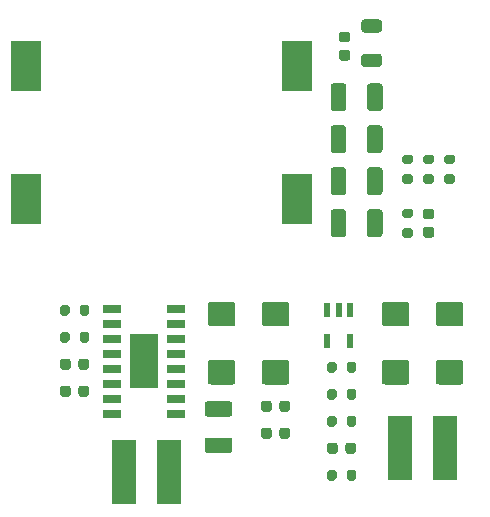
<source format=gbr>
%TF.GenerationSoftware,KiCad,Pcbnew,(5.1.10)-1*%
%TF.CreationDate,2021-07-24T11:50:19+02:00*%
%TF.ProjectId,pcb-esp32-power,7063622d-6573-4703-9332-2d706f776572,rev?*%
%TF.SameCoordinates,Original*%
%TF.FileFunction,Paste,Top*%
%TF.FilePolarity,Positive*%
%FSLAX46Y46*%
G04 Gerber Fmt 4.6, Leading zero omitted, Abs format (unit mm)*
G04 Created by KiCad (PCBNEW (5.1.10)-1) date 2021-07-24 11:50:19*
%MOMM*%
%LPD*%
G01*
G04 APERTURE LIST*
%ADD10R,2.500000X4.200000*%
%ADD11R,0.600000X1.200000*%
%ADD12R,1.525000X0.700000*%
%ADD13R,2.410000X4.570000*%
%ADD14R,2.150000X5.500000*%
G04 APERTURE END LIST*
D10*
%TO.C,U1*%
X135626000Y-91572000D03*
X135626000Y-102832000D03*
X158506000Y-91572000D03*
X158506000Y-102832000D03*
%TD*%
%TO.C,C6*%
G36*
G01*
X163531000Y-123702000D02*
X163531000Y-124202000D01*
G75*
G02*
X163306000Y-124427000I-225000J0D01*
G01*
X162856000Y-124427000D01*
G75*
G02*
X162631000Y-124202000I0J225000D01*
G01*
X162631000Y-123702000D01*
G75*
G02*
X162856000Y-123477000I225000J0D01*
G01*
X163306000Y-123477000D01*
G75*
G02*
X163531000Y-123702000I0J-225000D01*
G01*
G37*
G36*
G01*
X161981000Y-123702000D02*
X161981000Y-124202000D01*
G75*
G02*
X161756000Y-124427000I-225000J0D01*
G01*
X161306000Y-124427000D01*
G75*
G02*
X161081000Y-124202000I0J225000D01*
G01*
X161081000Y-123702000D01*
G75*
G02*
X161306000Y-123477000I225000J0D01*
G01*
X161756000Y-123477000D01*
G75*
G02*
X161981000Y-123702000I0J-225000D01*
G01*
G37*
%TD*%
%TO.C,CP8*%
G36*
G01*
X167803000Y-118562000D02*
X165953000Y-118562000D01*
G75*
G02*
X165703000Y-118312000I0J250000D01*
G01*
X165703000Y-116737000D01*
G75*
G02*
X165953000Y-116487000I250000J0D01*
G01*
X167803000Y-116487000D01*
G75*
G02*
X168053000Y-116737000I0J-250000D01*
G01*
X168053000Y-118312000D01*
G75*
G02*
X167803000Y-118562000I-250000J0D01*
G01*
G37*
G36*
G01*
X167803000Y-113637000D02*
X165953000Y-113637000D01*
G75*
G02*
X165703000Y-113387000I0J250000D01*
G01*
X165703000Y-111812000D01*
G75*
G02*
X165953000Y-111562000I250000J0D01*
G01*
X167803000Y-111562000D01*
G75*
G02*
X168053000Y-111812000I0J-250000D01*
G01*
X168053000Y-113387000D01*
G75*
G02*
X167803000Y-113637000I-250000J0D01*
G01*
G37*
%TD*%
%TO.C,CP9*%
G36*
G01*
X172375000Y-113637000D02*
X170525000Y-113637000D01*
G75*
G02*
X170275000Y-113387000I0J250000D01*
G01*
X170275000Y-111812000D01*
G75*
G02*
X170525000Y-111562000I250000J0D01*
G01*
X172375000Y-111562000D01*
G75*
G02*
X172625000Y-111812000I0J-250000D01*
G01*
X172625000Y-113387000D01*
G75*
G02*
X172375000Y-113637000I-250000J0D01*
G01*
G37*
G36*
G01*
X172375000Y-118562000D02*
X170525000Y-118562000D01*
G75*
G02*
X170275000Y-118312000I0J250000D01*
G01*
X170275000Y-116737000D01*
G75*
G02*
X170525000Y-116487000I250000J0D01*
G01*
X172375000Y-116487000D01*
G75*
G02*
X172625000Y-116737000I0J-250000D01*
G01*
X172625000Y-118312000D01*
G75*
G02*
X172375000Y-118562000I-250000J0D01*
G01*
G37*
%TD*%
D11*
%TO.C,IC2*%
X163002000Y-112238000D03*
X162052000Y-112238000D03*
X161102000Y-112238000D03*
X161102000Y-114838000D03*
X163002000Y-114838000D03*
%TD*%
%TO.C,R11*%
G36*
G01*
X161081000Y-119655000D02*
X161081000Y-119105000D01*
G75*
G02*
X161281000Y-118905000I200000J0D01*
G01*
X161681000Y-118905000D01*
G75*
G02*
X161881000Y-119105000I0J-200000D01*
G01*
X161881000Y-119655000D01*
G75*
G02*
X161681000Y-119855000I-200000J0D01*
G01*
X161281000Y-119855000D01*
G75*
G02*
X161081000Y-119655000I0J200000D01*
G01*
G37*
G36*
G01*
X162731000Y-119655000D02*
X162731000Y-119105000D01*
G75*
G02*
X162931000Y-118905000I200000J0D01*
G01*
X163331000Y-118905000D01*
G75*
G02*
X163531000Y-119105000I0J-200000D01*
G01*
X163531000Y-119655000D01*
G75*
G02*
X163331000Y-119855000I-200000J0D01*
G01*
X162931000Y-119855000D01*
G75*
G02*
X162731000Y-119655000I0J200000D01*
G01*
G37*
%TD*%
%TO.C,R12*%
G36*
G01*
X161881000Y-116819000D02*
X161881000Y-117369000D01*
G75*
G02*
X161681000Y-117569000I-200000J0D01*
G01*
X161281000Y-117569000D01*
G75*
G02*
X161081000Y-117369000I0J200000D01*
G01*
X161081000Y-116819000D01*
G75*
G02*
X161281000Y-116619000I200000J0D01*
G01*
X161681000Y-116619000D01*
G75*
G02*
X161881000Y-116819000I0J-200000D01*
G01*
G37*
G36*
G01*
X163531000Y-116819000D02*
X163531000Y-117369000D01*
G75*
G02*
X163331000Y-117569000I-200000J0D01*
G01*
X162931000Y-117569000D01*
G75*
G02*
X162731000Y-117369000I0J200000D01*
G01*
X162731000Y-116819000D01*
G75*
G02*
X162931000Y-116619000I200000J0D01*
G01*
X163331000Y-116619000D01*
G75*
G02*
X163531000Y-116819000I0J-200000D01*
G01*
G37*
%TD*%
%TO.C,R13*%
G36*
G01*
X163531000Y-125963000D02*
X163531000Y-126513000D01*
G75*
G02*
X163331000Y-126713000I-200000J0D01*
G01*
X162931000Y-126713000D01*
G75*
G02*
X162731000Y-126513000I0J200000D01*
G01*
X162731000Y-125963000D01*
G75*
G02*
X162931000Y-125763000I200000J0D01*
G01*
X163331000Y-125763000D01*
G75*
G02*
X163531000Y-125963000I0J-200000D01*
G01*
G37*
G36*
G01*
X161881000Y-125963000D02*
X161881000Y-126513000D01*
G75*
G02*
X161681000Y-126713000I-200000J0D01*
G01*
X161281000Y-126713000D01*
G75*
G02*
X161081000Y-126513000I0J200000D01*
G01*
X161081000Y-125963000D01*
G75*
G02*
X161281000Y-125763000I200000J0D01*
G01*
X161681000Y-125763000D01*
G75*
G02*
X161881000Y-125963000I0J-200000D01*
G01*
G37*
%TD*%
%TO.C,R14*%
G36*
G01*
X162731000Y-121941000D02*
X162731000Y-121391000D01*
G75*
G02*
X162931000Y-121191000I200000J0D01*
G01*
X163331000Y-121191000D01*
G75*
G02*
X163531000Y-121391000I0J-200000D01*
G01*
X163531000Y-121941000D01*
G75*
G02*
X163331000Y-122141000I-200000J0D01*
G01*
X162931000Y-122141000D01*
G75*
G02*
X162731000Y-121941000I0J200000D01*
G01*
G37*
G36*
G01*
X161081000Y-121941000D02*
X161081000Y-121391000D01*
G75*
G02*
X161281000Y-121191000I200000J0D01*
G01*
X161681000Y-121191000D01*
G75*
G02*
X161881000Y-121391000I0J-200000D01*
G01*
X161881000Y-121941000D01*
G75*
G02*
X161681000Y-122141000I-200000J0D01*
G01*
X161281000Y-122141000D01*
G75*
G02*
X161081000Y-121941000I0J200000D01*
G01*
G37*
%TD*%
%TO.C,C1*%
G36*
G01*
X157943000Y-122432000D02*
X157943000Y-122932000D01*
G75*
G02*
X157718000Y-123157000I-225000J0D01*
G01*
X157268000Y-123157000D01*
G75*
G02*
X157043000Y-122932000I0J225000D01*
G01*
X157043000Y-122432000D01*
G75*
G02*
X157268000Y-122207000I225000J0D01*
G01*
X157718000Y-122207000D01*
G75*
G02*
X157943000Y-122432000I0J-225000D01*
G01*
G37*
G36*
G01*
X156393000Y-122432000D02*
X156393000Y-122932000D01*
G75*
G02*
X156168000Y-123157000I-225000J0D01*
G01*
X155718000Y-123157000D01*
G75*
G02*
X155493000Y-122932000I0J225000D01*
G01*
X155493000Y-122432000D01*
G75*
G02*
X155718000Y-122207000I225000J0D01*
G01*
X156168000Y-122207000D01*
G75*
G02*
X156393000Y-122432000I0J-225000D01*
G01*
G37*
%TD*%
%TO.C,C2*%
G36*
G01*
X169922000Y-106127000D02*
X169422000Y-106127000D01*
G75*
G02*
X169197000Y-105902000I0J225000D01*
G01*
X169197000Y-105452000D01*
G75*
G02*
X169422000Y-105227000I225000J0D01*
G01*
X169922000Y-105227000D01*
G75*
G02*
X170147000Y-105452000I0J-225000D01*
G01*
X170147000Y-105902000D01*
G75*
G02*
X169922000Y-106127000I-225000J0D01*
G01*
G37*
G36*
G01*
X169922000Y-104577000D02*
X169422000Y-104577000D01*
G75*
G02*
X169197000Y-104352000I0J225000D01*
G01*
X169197000Y-103902000D01*
G75*
G02*
X169422000Y-103677000I225000J0D01*
G01*
X169922000Y-103677000D01*
G75*
G02*
X170147000Y-103902000I0J-225000D01*
G01*
X170147000Y-104352000D01*
G75*
G02*
X169922000Y-104577000I-225000J0D01*
G01*
G37*
%TD*%
%TO.C,C3*%
G36*
G01*
X156393000Y-120146000D02*
X156393000Y-120646000D01*
G75*
G02*
X156168000Y-120871000I-225000J0D01*
G01*
X155718000Y-120871000D01*
G75*
G02*
X155493000Y-120646000I0J225000D01*
G01*
X155493000Y-120146000D01*
G75*
G02*
X155718000Y-119921000I225000J0D01*
G01*
X156168000Y-119921000D01*
G75*
G02*
X156393000Y-120146000I0J-225000D01*
G01*
G37*
G36*
G01*
X157943000Y-120146000D02*
X157943000Y-120646000D01*
G75*
G02*
X157718000Y-120871000I-225000J0D01*
G01*
X157268000Y-120871000D01*
G75*
G02*
X157043000Y-120646000I0J225000D01*
G01*
X157043000Y-120146000D01*
G75*
G02*
X157268000Y-119921000I225000J0D01*
G01*
X157718000Y-119921000D01*
G75*
G02*
X157943000Y-120146000I0J-225000D01*
G01*
G37*
%TD*%
%TO.C,C4*%
G36*
G01*
X140025000Y-119376000D02*
X140025000Y-118876000D01*
G75*
G02*
X140250000Y-118651000I225000J0D01*
G01*
X140700000Y-118651000D01*
G75*
G02*
X140925000Y-118876000I0J-225000D01*
G01*
X140925000Y-119376000D01*
G75*
G02*
X140700000Y-119601000I-225000J0D01*
G01*
X140250000Y-119601000D01*
G75*
G02*
X140025000Y-119376000I0J225000D01*
G01*
G37*
G36*
G01*
X138475000Y-119376000D02*
X138475000Y-118876000D01*
G75*
G02*
X138700000Y-118651000I225000J0D01*
G01*
X139150000Y-118651000D01*
G75*
G02*
X139375000Y-118876000I0J-225000D01*
G01*
X139375000Y-119376000D01*
G75*
G02*
X139150000Y-119601000I-225000J0D01*
G01*
X138700000Y-119601000D01*
G75*
G02*
X138475000Y-119376000I0J225000D01*
G01*
G37*
%TD*%
%TO.C,C5*%
G36*
G01*
X162810000Y-91141000D02*
X162310000Y-91141000D01*
G75*
G02*
X162085000Y-90916000I0J225000D01*
G01*
X162085000Y-90466000D01*
G75*
G02*
X162310000Y-90241000I225000J0D01*
G01*
X162810000Y-90241000D01*
G75*
G02*
X163035000Y-90466000I0J-225000D01*
G01*
X163035000Y-90916000D01*
G75*
G02*
X162810000Y-91141000I-225000J0D01*
G01*
G37*
G36*
G01*
X162810000Y-89591000D02*
X162310000Y-89591000D01*
G75*
G02*
X162085000Y-89366000I0J225000D01*
G01*
X162085000Y-88916000D01*
G75*
G02*
X162310000Y-88691000I225000J0D01*
G01*
X162810000Y-88691000D01*
G75*
G02*
X163035000Y-88916000I0J-225000D01*
G01*
X163035000Y-89366000D01*
G75*
G02*
X162810000Y-89591000I-225000J0D01*
G01*
G37*
%TD*%
%TO.C,CP1*%
G36*
G01*
X157643000Y-113637000D02*
X155793000Y-113637000D01*
G75*
G02*
X155543000Y-113387000I0J250000D01*
G01*
X155543000Y-111812000D01*
G75*
G02*
X155793000Y-111562000I250000J0D01*
G01*
X157643000Y-111562000D01*
G75*
G02*
X157893000Y-111812000I0J-250000D01*
G01*
X157893000Y-113387000D01*
G75*
G02*
X157643000Y-113637000I-250000J0D01*
G01*
G37*
G36*
G01*
X157643000Y-118562000D02*
X155793000Y-118562000D01*
G75*
G02*
X155543000Y-118312000I0J250000D01*
G01*
X155543000Y-116737000D01*
G75*
G02*
X155793000Y-116487000I250000J0D01*
G01*
X157643000Y-116487000D01*
G75*
G02*
X157893000Y-116737000I0J-250000D01*
G01*
X157893000Y-118312000D01*
G75*
G02*
X157643000Y-118562000I-250000J0D01*
G01*
G37*
%TD*%
%TO.C,CP2*%
G36*
G01*
X165776000Y-100420998D02*
X165776000Y-102271002D01*
G75*
G02*
X165526002Y-102521000I-249998J0D01*
G01*
X164700998Y-102521000D01*
G75*
G02*
X164451000Y-102271002I0J249998D01*
G01*
X164451000Y-100420998D01*
G75*
G02*
X164700998Y-100171000I249998J0D01*
G01*
X165526002Y-100171000D01*
G75*
G02*
X165776000Y-100420998I0J-249998D01*
G01*
G37*
G36*
G01*
X162701000Y-100420998D02*
X162701000Y-102271002D01*
G75*
G02*
X162451002Y-102521000I-249998J0D01*
G01*
X161625998Y-102521000D01*
G75*
G02*
X161376000Y-102271002I0J249998D01*
G01*
X161376000Y-100420998D01*
G75*
G02*
X161625998Y-100171000I249998J0D01*
G01*
X162451002Y-100171000D01*
G75*
G02*
X162701000Y-100420998I0J-249998D01*
G01*
G37*
%TD*%
%TO.C,CP3*%
G36*
G01*
X153071000Y-118562000D02*
X151221000Y-118562000D01*
G75*
G02*
X150971000Y-118312000I0J250000D01*
G01*
X150971000Y-116737000D01*
G75*
G02*
X151221000Y-116487000I250000J0D01*
G01*
X153071000Y-116487000D01*
G75*
G02*
X153321000Y-116737000I0J-250000D01*
G01*
X153321000Y-118312000D01*
G75*
G02*
X153071000Y-118562000I-250000J0D01*
G01*
G37*
G36*
G01*
X153071000Y-113637000D02*
X151221000Y-113637000D01*
G75*
G02*
X150971000Y-113387000I0J250000D01*
G01*
X150971000Y-111812000D01*
G75*
G02*
X151221000Y-111562000I250000J0D01*
G01*
X153071000Y-111562000D01*
G75*
G02*
X153321000Y-111812000I0J-250000D01*
G01*
X153321000Y-113387000D01*
G75*
G02*
X153071000Y-113637000I-250000J0D01*
G01*
G37*
%TD*%
%TO.C,CP4*%
G36*
G01*
X150966998Y-119974000D02*
X152817002Y-119974000D01*
G75*
G02*
X153067000Y-120223998I0J-249998D01*
G01*
X153067000Y-121049002D01*
G75*
G02*
X152817002Y-121299000I-249998J0D01*
G01*
X150966998Y-121299000D01*
G75*
G02*
X150717000Y-121049002I0J249998D01*
G01*
X150717000Y-120223998D01*
G75*
G02*
X150966998Y-119974000I249998J0D01*
G01*
G37*
G36*
G01*
X150966998Y-123049000D02*
X152817002Y-123049000D01*
G75*
G02*
X153067000Y-123298998I0J-249998D01*
G01*
X153067000Y-124124002D01*
G75*
G02*
X152817002Y-124374000I-249998J0D01*
G01*
X150966998Y-124374000D01*
G75*
G02*
X150717000Y-124124002I0J249998D01*
G01*
X150717000Y-123298998D01*
G75*
G02*
X150966998Y-123049000I249998J0D01*
G01*
G37*
%TD*%
%TO.C,CP5*%
G36*
G01*
X162701000Y-103976998D02*
X162701000Y-105827002D01*
G75*
G02*
X162451002Y-106077000I-249998J0D01*
G01*
X161625998Y-106077000D01*
G75*
G02*
X161376000Y-105827002I0J249998D01*
G01*
X161376000Y-103976998D01*
G75*
G02*
X161625998Y-103727000I249998J0D01*
G01*
X162451002Y-103727000D01*
G75*
G02*
X162701000Y-103976998I0J-249998D01*
G01*
G37*
G36*
G01*
X165776000Y-103976998D02*
X165776000Y-105827002D01*
G75*
G02*
X165526002Y-106077000I-249998J0D01*
G01*
X164700998Y-106077000D01*
G75*
G02*
X164451000Y-105827002I0J249998D01*
G01*
X164451000Y-103976998D01*
G75*
G02*
X164700998Y-103727000I249998J0D01*
G01*
X165526002Y-103727000D01*
G75*
G02*
X165776000Y-103976998I0J-249998D01*
G01*
G37*
%TD*%
%TO.C,CP6*%
G36*
G01*
X165790000Y-93308998D02*
X165790000Y-95159002D01*
G75*
G02*
X165540002Y-95409000I-249998J0D01*
G01*
X164714998Y-95409000D01*
G75*
G02*
X164465000Y-95159002I0J249998D01*
G01*
X164465000Y-93308998D01*
G75*
G02*
X164714998Y-93059000I249998J0D01*
G01*
X165540002Y-93059000D01*
G75*
G02*
X165790000Y-93308998I0J-249998D01*
G01*
G37*
G36*
G01*
X162715000Y-93308998D02*
X162715000Y-95159002D01*
G75*
G02*
X162465002Y-95409000I-249998J0D01*
G01*
X161639998Y-95409000D01*
G75*
G02*
X161390000Y-95159002I0J249998D01*
G01*
X161390000Y-93308998D01*
G75*
G02*
X161639998Y-93059000I249998J0D01*
G01*
X162465002Y-93059000D01*
G75*
G02*
X162715000Y-93308998I0J-249998D01*
G01*
G37*
%TD*%
%TO.C,CP7*%
G36*
G01*
X162701000Y-96864998D02*
X162701000Y-98715002D01*
G75*
G02*
X162451002Y-98965000I-249998J0D01*
G01*
X161625998Y-98965000D01*
G75*
G02*
X161376000Y-98715002I0J249998D01*
G01*
X161376000Y-96864998D01*
G75*
G02*
X161625998Y-96615000I249998J0D01*
G01*
X162451002Y-96615000D01*
G75*
G02*
X162701000Y-96864998I0J-249998D01*
G01*
G37*
G36*
G01*
X165776000Y-96864998D02*
X165776000Y-98715002D01*
G75*
G02*
X165526002Y-98965000I-249998J0D01*
G01*
X164700998Y-98965000D01*
G75*
G02*
X164451000Y-98715002I0J249998D01*
G01*
X164451000Y-96864998D01*
G75*
G02*
X164700998Y-96615000I249998J0D01*
G01*
X165526002Y-96615000D01*
G75*
G02*
X165776000Y-96864998I0J-249998D01*
G01*
G37*
%TD*%
%TO.C,R1*%
G36*
G01*
X167619000Y-99105000D02*
X168169000Y-99105000D01*
G75*
G02*
X168369000Y-99305000I0J-200000D01*
G01*
X168369000Y-99705000D01*
G75*
G02*
X168169000Y-99905000I-200000J0D01*
G01*
X167619000Y-99905000D01*
G75*
G02*
X167419000Y-99705000I0J200000D01*
G01*
X167419000Y-99305000D01*
G75*
G02*
X167619000Y-99105000I200000J0D01*
G01*
G37*
G36*
G01*
X167619000Y-100755000D02*
X168169000Y-100755000D01*
G75*
G02*
X168369000Y-100955000I0J-200000D01*
G01*
X168369000Y-101355000D01*
G75*
G02*
X168169000Y-101555000I-200000J0D01*
G01*
X167619000Y-101555000D01*
G75*
G02*
X167419000Y-101355000I0J200000D01*
G01*
X167419000Y-100955000D01*
G75*
G02*
X167619000Y-100755000I200000J0D01*
G01*
G37*
%TD*%
%TO.C,R2*%
G36*
G01*
X168169000Y-104477000D02*
X167619000Y-104477000D01*
G75*
G02*
X167419000Y-104277000I0J200000D01*
G01*
X167419000Y-103877000D01*
G75*
G02*
X167619000Y-103677000I200000J0D01*
G01*
X168169000Y-103677000D01*
G75*
G02*
X168369000Y-103877000I0J-200000D01*
G01*
X168369000Y-104277000D01*
G75*
G02*
X168169000Y-104477000I-200000J0D01*
G01*
G37*
G36*
G01*
X168169000Y-106127000D02*
X167619000Y-106127000D01*
G75*
G02*
X167419000Y-105927000I0J200000D01*
G01*
X167419000Y-105527000D01*
G75*
G02*
X167619000Y-105327000I200000J0D01*
G01*
X168169000Y-105327000D01*
G75*
G02*
X168369000Y-105527000I0J-200000D01*
G01*
X168369000Y-105927000D01*
G75*
G02*
X168169000Y-106127000I-200000J0D01*
G01*
G37*
%TD*%
%TO.C,R3*%
G36*
G01*
X138475000Y-114829000D02*
X138475000Y-114279000D01*
G75*
G02*
X138675000Y-114079000I200000J0D01*
G01*
X139075000Y-114079000D01*
G75*
G02*
X139275000Y-114279000I0J-200000D01*
G01*
X139275000Y-114829000D01*
G75*
G02*
X139075000Y-115029000I-200000J0D01*
G01*
X138675000Y-115029000D01*
G75*
G02*
X138475000Y-114829000I0J200000D01*
G01*
G37*
G36*
G01*
X140125000Y-114829000D02*
X140125000Y-114279000D01*
G75*
G02*
X140325000Y-114079000I200000J0D01*
G01*
X140725000Y-114079000D01*
G75*
G02*
X140925000Y-114279000I0J-200000D01*
G01*
X140925000Y-114829000D01*
G75*
G02*
X140725000Y-115029000I-200000J0D01*
G01*
X140325000Y-115029000D01*
G75*
G02*
X140125000Y-114829000I0J200000D01*
G01*
G37*
%TD*%
%TO.C,R4*%
G36*
G01*
X140125000Y-112543000D02*
X140125000Y-111993000D01*
G75*
G02*
X140325000Y-111793000I200000J0D01*
G01*
X140725000Y-111793000D01*
G75*
G02*
X140925000Y-111993000I0J-200000D01*
G01*
X140925000Y-112543000D01*
G75*
G02*
X140725000Y-112743000I-200000J0D01*
G01*
X140325000Y-112743000D01*
G75*
G02*
X140125000Y-112543000I0J200000D01*
G01*
G37*
G36*
G01*
X138475000Y-112543000D02*
X138475000Y-111993000D01*
G75*
G02*
X138675000Y-111793000I200000J0D01*
G01*
X139075000Y-111793000D01*
G75*
G02*
X139275000Y-111993000I0J-200000D01*
G01*
X139275000Y-112543000D01*
G75*
G02*
X139075000Y-112743000I-200000J0D01*
G01*
X138675000Y-112743000D01*
G75*
G02*
X138475000Y-112543000I0J200000D01*
G01*
G37*
%TD*%
%TO.C,R5*%
G36*
G01*
X165471002Y-91687000D02*
X164220998Y-91687000D01*
G75*
G02*
X163971000Y-91437002I0J249998D01*
G01*
X163971000Y-90811998D01*
G75*
G02*
X164220998Y-90562000I249998J0D01*
G01*
X165471002Y-90562000D01*
G75*
G02*
X165721000Y-90811998I0J-249998D01*
G01*
X165721000Y-91437002D01*
G75*
G02*
X165471002Y-91687000I-249998J0D01*
G01*
G37*
G36*
G01*
X165471002Y-88762000D02*
X164220998Y-88762000D01*
G75*
G02*
X163971000Y-88512002I0J249998D01*
G01*
X163971000Y-87886998D01*
G75*
G02*
X164220998Y-87637000I249998J0D01*
G01*
X165471002Y-87637000D01*
G75*
G02*
X165721000Y-87886998I0J-249998D01*
G01*
X165721000Y-88512002D01*
G75*
G02*
X165471002Y-88762000I-249998J0D01*
G01*
G37*
%TD*%
%TO.C,C7*%
G36*
G01*
X138475000Y-117090000D02*
X138475000Y-116590000D01*
G75*
G02*
X138700000Y-116365000I225000J0D01*
G01*
X139150000Y-116365000D01*
G75*
G02*
X139375000Y-116590000I0J-225000D01*
G01*
X139375000Y-117090000D01*
G75*
G02*
X139150000Y-117315000I-225000J0D01*
G01*
X138700000Y-117315000D01*
G75*
G02*
X138475000Y-117090000I0J225000D01*
G01*
G37*
G36*
G01*
X140025000Y-117090000D02*
X140025000Y-116590000D01*
G75*
G02*
X140250000Y-116365000I225000J0D01*
G01*
X140700000Y-116365000D01*
G75*
G02*
X140925000Y-116590000I0J-225000D01*
G01*
X140925000Y-117090000D01*
G75*
G02*
X140700000Y-117315000I-225000J0D01*
G01*
X140250000Y-117315000D01*
G75*
G02*
X140025000Y-117090000I0J225000D01*
G01*
G37*
%TD*%
D12*
%TO.C,IC1*%
X148254000Y-121031000D03*
X148254000Y-119761000D03*
X148254000Y-118491000D03*
X148254000Y-117221000D03*
X148254000Y-115951000D03*
X148254000Y-114681000D03*
X148254000Y-113411000D03*
X148254000Y-112141000D03*
X142830000Y-112141000D03*
X142830000Y-113411000D03*
X142830000Y-114681000D03*
X142830000Y-115951000D03*
X142830000Y-117221000D03*
X142830000Y-118491000D03*
X142830000Y-119761000D03*
X142830000Y-121031000D03*
D13*
X145542000Y-116586000D03*
%TD*%
D14*
%TO.C,L1*%
X147721000Y-125984000D03*
X143871000Y-125984000D03*
%TD*%
%TO.C,L2*%
X171089000Y-123952000D03*
X167239000Y-123952000D03*
%TD*%
%TO.C,R6*%
G36*
G01*
X171725000Y-99905000D02*
X171175000Y-99905000D01*
G75*
G02*
X170975000Y-99705000I0J200000D01*
G01*
X170975000Y-99305000D01*
G75*
G02*
X171175000Y-99105000I200000J0D01*
G01*
X171725000Y-99105000D01*
G75*
G02*
X171925000Y-99305000I0J-200000D01*
G01*
X171925000Y-99705000D01*
G75*
G02*
X171725000Y-99905000I-200000J0D01*
G01*
G37*
G36*
G01*
X171725000Y-101555000D02*
X171175000Y-101555000D01*
G75*
G02*
X170975000Y-101355000I0J200000D01*
G01*
X170975000Y-100955000D01*
G75*
G02*
X171175000Y-100755000I200000J0D01*
G01*
X171725000Y-100755000D01*
G75*
G02*
X171925000Y-100955000I0J-200000D01*
G01*
X171925000Y-101355000D01*
G75*
G02*
X171725000Y-101555000I-200000J0D01*
G01*
G37*
%TD*%
%TO.C,R7*%
G36*
G01*
X169947000Y-101555000D02*
X169397000Y-101555000D01*
G75*
G02*
X169197000Y-101355000I0J200000D01*
G01*
X169197000Y-100955000D01*
G75*
G02*
X169397000Y-100755000I200000J0D01*
G01*
X169947000Y-100755000D01*
G75*
G02*
X170147000Y-100955000I0J-200000D01*
G01*
X170147000Y-101355000D01*
G75*
G02*
X169947000Y-101555000I-200000J0D01*
G01*
G37*
G36*
G01*
X169947000Y-99905000D02*
X169397000Y-99905000D01*
G75*
G02*
X169197000Y-99705000I0J200000D01*
G01*
X169197000Y-99305000D01*
G75*
G02*
X169397000Y-99105000I200000J0D01*
G01*
X169947000Y-99105000D01*
G75*
G02*
X170147000Y-99305000I0J-200000D01*
G01*
X170147000Y-99705000D01*
G75*
G02*
X169947000Y-99905000I-200000J0D01*
G01*
G37*
%TD*%
M02*

</source>
